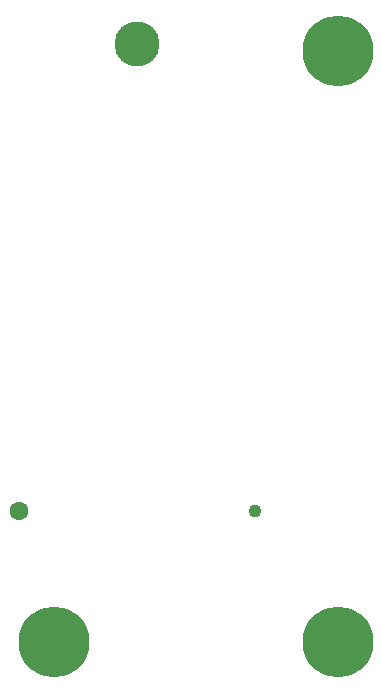
<source format=gbr>
%TF.GenerationSoftware,KiCad,Pcbnew,7.0.5-0*%
%TF.CreationDate,2023-07-31T21:43:19-04:00*%
%TF.ProjectId,carrier-arm14,63617272-6965-4722-9d61-726d31342e6b,rev?*%
%TF.SameCoordinates,Original*%
%TF.FileFunction,Soldermask,Bot*%
%TF.FilePolarity,Negative*%
%FSLAX46Y46*%
G04 Gerber Fmt 4.6, Leading zero omitted, Abs format (unit mm)*
G04 Created by KiCad (PCBNEW 7.0.5-0) date 2023-07-31 21:43:19*
%MOMM*%
%LPD*%
G01*
G04 APERTURE LIST*
%ADD10C,6.000000*%
%ADD11C,1.100000*%
%ADD12C,1.600000*%
%ADD13C,3.800000*%
G04 APERTURE END LIST*
D10*
%TO.C,H104*%
X127450000Y-107750000D03*
%TD*%
%TO.C,H102*%
X151450000Y-57750000D03*
%TD*%
D11*
%TO.C,CN101*%
X144425000Y-96650000D03*
D12*
X124425000Y-96650000D03*
%TD*%
D10*
%TO.C,H103*%
X151450000Y-107750000D03*
%TD*%
D13*
%TO.C,H105*%
X134450000Y-57075000D03*
%TD*%
M02*

</source>
